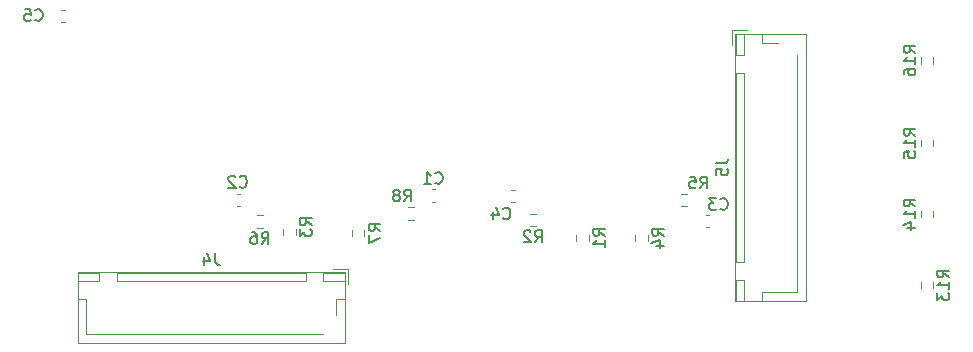
<source format=gbr>
%TF.GenerationSoftware,KiCad,Pcbnew,8.0.1-8.0.1-1~ubuntu22.04.1*%
%TF.CreationDate,2024-05-06T17:19:22+02:00*%
%TF.ProjectId,SecondaryBoard,5365636f-6e64-4617-9279-426f6172642e,rev?*%
%TF.SameCoordinates,Original*%
%TF.FileFunction,Legend,Bot*%
%TF.FilePolarity,Positive*%
%FSLAX46Y46*%
G04 Gerber Fmt 4.6, Leading zero omitted, Abs format (unit mm)*
G04 Created by KiCad (PCBNEW 8.0.1-8.0.1-1~ubuntu22.04.1) date 2024-05-06 17:19:22*
%MOMM*%
%LPD*%
G01*
G04 APERTURE LIST*
%ADD10C,0.150000*%
%ADD11C,0.120000*%
G04 APERTURE END LIST*
D10*
X180029166Y-56159580D02*
X180076785Y-56207200D01*
X180076785Y-56207200D02*
X180219642Y-56254819D01*
X180219642Y-56254819D02*
X180314880Y-56254819D01*
X180314880Y-56254819D02*
X180457737Y-56207200D01*
X180457737Y-56207200D02*
X180552975Y-56111961D01*
X180552975Y-56111961D02*
X180600594Y-56016723D01*
X180600594Y-56016723D02*
X180648213Y-55826247D01*
X180648213Y-55826247D02*
X180648213Y-55683390D01*
X180648213Y-55683390D02*
X180600594Y-55492914D01*
X180600594Y-55492914D02*
X180552975Y-55397676D01*
X180552975Y-55397676D02*
X180457737Y-55302438D01*
X180457737Y-55302438D02*
X180314880Y-55254819D01*
X180314880Y-55254819D02*
X180219642Y-55254819D01*
X180219642Y-55254819D02*
X180076785Y-55302438D01*
X180076785Y-55302438D02*
X180029166Y-55350057D01*
X179076785Y-56254819D02*
X179648213Y-56254819D01*
X179362499Y-56254819D02*
X179362499Y-55254819D01*
X179362499Y-55254819D02*
X179457737Y-55397676D01*
X179457737Y-55397676D02*
X179552975Y-55492914D01*
X179552975Y-55492914D02*
X179648213Y-55540533D01*
X169554819Y-59733333D02*
X169078628Y-59400000D01*
X169554819Y-59161905D02*
X168554819Y-59161905D01*
X168554819Y-59161905D02*
X168554819Y-59542857D01*
X168554819Y-59542857D02*
X168602438Y-59638095D01*
X168602438Y-59638095D02*
X168650057Y-59685714D01*
X168650057Y-59685714D02*
X168745295Y-59733333D01*
X168745295Y-59733333D02*
X168888152Y-59733333D01*
X168888152Y-59733333D02*
X168983390Y-59685714D01*
X168983390Y-59685714D02*
X169031009Y-59638095D01*
X169031009Y-59638095D02*
X169078628Y-59542857D01*
X169078628Y-59542857D02*
X169078628Y-59161905D01*
X168554819Y-60066667D02*
X168554819Y-60685714D01*
X168554819Y-60685714D02*
X168935771Y-60352381D01*
X168935771Y-60352381D02*
X168935771Y-60495238D01*
X168935771Y-60495238D02*
X168983390Y-60590476D01*
X168983390Y-60590476D02*
X169031009Y-60638095D01*
X169031009Y-60638095D02*
X169126247Y-60685714D01*
X169126247Y-60685714D02*
X169364342Y-60685714D01*
X169364342Y-60685714D02*
X169459580Y-60638095D01*
X169459580Y-60638095D02*
X169507200Y-60590476D01*
X169507200Y-60590476D02*
X169554819Y-60495238D01*
X169554819Y-60495238D02*
X169554819Y-60209524D01*
X169554819Y-60209524D02*
X169507200Y-60114286D01*
X169507200Y-60114286D02*
X169459580Y-60066667D01*
X165331566Y-61319549D02*
X165664899Y-60843358D01*
X165902994Y-61319549D02*
X165902994Y-60319549D01*
X165902994Y-60319549D02*
X165522042Y-60319549D01*
X165522042Y-60319549D02*
X165426804Y-60367168D01*
X165426804Y-60367168D02*
X165379185Y-60414787D01*
X165379185Y-60414787D02*
X165331566Y-60510025D01*
X165331566Y-60510025D02*
X165331566Y-60652882D01*
X165331566Y-60652882D02*
X165379185Y-60748120D01*
X165379185Y-60748120D02*
X165426804Y-60795739D01*
X165426804Y-60795739D02*
X165522042Y-60843358D01*
X165522042Y-60843358D02*
X165902994Y-60843358D01*
X164474423Y-60319549D02*
X164664899Y-60319549D01*
X164664899Y-60319549D02*
X164760137Y-60367168D01*
X164760137Y-60367168D02*
X164807756Y-60414787D01*
X164807756Y-60414787D02*
X164902994Y-60557644D01*
X164902994Y-60557644D02*
X164950613Y-60748120D01*
X164950613Y-60748120D02*
X164950613Y-61129072D01*
X164950613Y-61129072D02*
X164902994Y-61224310D01*
X164902994Y-61224310D02*
X164855375Y-61271930D01*
X164855375Y-61271930D02*
X164760137Y-61319549D01*
X164760137Y-61319549D02*
X164569661Y-61319549D01*
X164569661Y-61319549D02*
X164474423Y-61271930D01*
X164474423Y-61271930D02*
X164426804Y-61224310D01*
X164426804Y-61224310D02*
X164379185Y-61129072D01*
X164379185Y-61129072D02*
X164379185Y-60890977D01*
X164379185Y-60890977D02*
X164426804Y-60795739D01*
X164426804Y-60795739D02*
X164474423Y-60748120D01*
X164474423Y-60748120D02*
X164569661Y-60700501D01*
X164569661Y-60700501D02*
X164760137Y-60700501D01*
X164760137Y-60700501D02*
X164855375Y-60748120D01*
X164855375Y-60748120D02*
X164902994Y-60795739D01*
X164902994Y-60795739D02*
X164950613Y-60890977D01*
X202466666Y-56624819D02*
X202799999Y-56148628D01*
X203038094Y-56624819D02*
X203038094Y-55624819D01*
X203038094Y-55624819D02*
X202657142Y-55624819D01*
X202657142Y-55624819D02*
X202561904Y-55672438D01*
X202561904Y-55672438D02*
X202514285Y-55720057D01*
X202514285Y-55720057D02*
X202466666Y-55815295D01*
X202466666Y-55815295D02*
X202466666Y-55958152D01*
X202466666Y-55958152D02*
X202514285Y-56053390D01*
X202514285Y-56053390D02*
X202561904Y-56101009D01*
X202561904Y-56101009D02*
X202657142Y-56148628D01*
X202657142Y-56148628D02*
X203038094Y-56148628D01*
X201561904Y-55624819D02*
X202038094Y-55624819D01*
X202038094Y-55624819D02*
X202085713Y-56101009D01*
X202085713Y-56101009D02*
X202038094Y-56053390D01*
X202038094Y-56053390D02*
X201942856Y-56005771D01*
X201942856Y-56005771D02*
X201704761Y-56005771D01*
X201704761Y-56005771D02*
X201609523Y-56053390D01*
X201609523Y-56053390D02*
X201561904Y-56101009D01*
X201561904Y-56101009D02*
X201514285Y-56196247D01*
X201514285Y-56196247D02*
X201514285Y-56434342D01*
X201514285Y-56434342D02*
X201561904Y-56529580D01*
X201561904Y-56529580D02*
X201609523Y-56577200D01*
X201609523Y-56577200D02*
X201704761Y-56624819D01*
X201704761Y-56624819D02*
X201942856Y-56624819D01*
X201942856Y-56624819D02*
X202038094Y-56577200D01*
X202038094Y-56577200D02*
X202085713Y-56529580D01*
X220674719Y-52157142D02*
X220198528Y-51823809D01*
X220674719Y-51585714D02*
X219674719Y-51585714D01*
X219674719Y-51585714D02*
X219674719Y-51966666D01*
X219674719Y-51966666D02*
X219722338Y-52061904D01*
X219722338Y-52061904D02*
X219769957Y-52109523D01*
X219769957Y-52109523D02*
X219865195Y-52157142D01*
X219865195Y-52157142D02*
X220008052Y-52157142D01*
X220008052Y-52157142D02*
X220103290Y-52109523D01*
X220103290Y-52109523D02*
X220150909Y-52061904D01*
X220150909Y-52061904D02*
X220198528Y-51966666D01*
X220198528Y-51966666D02*
X220198528Y-51585714D01*
X220674719Y-53109523D02*
X220674719Y-52538095D01*
X220674719Y-52823809D02*
X219674719Y-52823809D01*
X219674719Y-52823809D02*
X219817576Y-52728571D01*
X219817576Y-52728571D02*
X219912814Y-52633333D01*
X219912814Y-52633333D02*
X219960433Y-52538095D01*
X219674719Y-54014285D02*
X219674719Y-53538095D01*
X219674719Y-53538095D02*
X220150909Y-53490476D01*
X220150909Y-53490476D02*
X220103290Y-53538095D01*
X220103290Y-53538095D02*
X220055671Y-53633333D01*
X220055671Y-53633333D02*
X220055671Y-53871428D01*
X220055671Y-53871428D02*
X220103290Y-53966666D01*
X220103290Y-53966666D02*
X220150909Y-54014285D01*
X220150909Y-54014285D02*
X220246147Y-54061904D01*
X220246147Y-54061904D02*
X220484242Y-54061904D01*
X220484242Y-54061904D02*
X220579480Y-54014285D01*
X220579480Y-54014285D02*
X220627100Y-53966666D01*
X220627100Y-53966666D02*
X220674719Y-53871428D01*
X220674719Y-53871428D02*
X220674719Y-53633333D01*
X220674719Y-53633333D02*
X220627100Y-53538095D01*
X220627100Y-53538095D02*
X220579480Y-53490476D01*
X194384819Y-60633333D02*
X193908628Y-60300000D01*
X194384819Y-60061905D02*
X193384819Y-60061905D01*
X193384819Y-60061905D02*
X193384819Y-60442857D01*
X193384819Y-60442857D02*
X193432438Y-60538095D01*
X193432438Y-60538095D02*
X193480057Y-60585714D01*
X193480057Y-60585714D02*
X193575295Y-60633333D01*
X193575295Y-60633333D02*
X193718152Y-60633333D01*
X193718152Y-60633333D02*
X193813390Y-60585714D01*
X193813390Y-60585714D02*
X193861009Y-60538095D01*
X193861009Y-60538095D02*
X193908628Y-60442857D01*
X193908628Y-60442857D02*
X193908628Y-60061905D01*
X194384819Y-61585714D02*
X194384819Y-61014286D01*
X194384819Y-61300000D02*
X193384819Y-61300000D01*
X193384819Y-61300000D02*
X193527676Y-61204762D01*
X193527676Y-61204762D02*
X193622914Y-61109524D01*
X193622914Y-61109524D02*
X193670533Y-61014286D01*
X163466666Y-56459580D02*
X163514285Y-56507200D01*
X163514285Y-56507200D02*
X163657142Y-56554819D01*
X163657142Y-56554819D02*
X163752380Y-56554819D01*
X163752380Y-56554819D02*
X163895237Y-56507200D01*
X163895237Y-56507200D02*
X163990475Y-56411961D01*
X163990475Y-56411961D02*
X164038094Y-56316723D01*
X164038094Y-56316723D02*
X164085713Y-56126247D01*
X164085713Y-56126247D02*
X164085713Y-55983390D01*
X164085713Y-55983390D02*
X164038094Y-55792914D01*
X164038094Y-55792914D02*
X163990475Y-55697676D01*
X163990475Y-55697676D02*
X163895237Y-55602438D01*
X163895237Y-55602438D02*
X163752380Y-55554819D01*
X163752380Y-55554819D02*
X163657142Y-55554819D01*
X163657142Y-55554819D02*
X163514285Y-55602438D01*
X163514285Y-55602438D02*
X163466666Y-55650057D01*
X163085713Y-55650057D02*
X163038094Y-55602438D01*
X163038094Y-55602438D02*
X162942856Y-55554819D01*
X162942856Y-55554819D02*
X162704761Y-55554819D01*
X162704761Y-55554819D02*
X162609523Y-55602438D01*
X162609523Y-55602438D02*
X162561904Y-55650057D01*
X162561904Y-55650057D02*
X162514285Y-55745295D01*
X162514285Y-55745295D02*
X162514285Y-55840533D01*
X162514285Y-55840533D02*
X162561904Y-55983390D01*
X162561904Y-55983390D02*
X163133332Y-56554819D01*
X163133332Y-56554819D02*
X162514285Y-56554819D01*
X177409166Y-57734819D02*
X177742499Y-57258628D01*
X177980594Y-57734819D02*
X177980594Y-56734819D01*
X177980594Y-56734819D02*
X177599642Y-56734819D01*
X177599642Y-56734819D02*
X177504404Y-56782438D01*
X177504404Y-56782438D02*
X177456785Y-56830057D01*
X177456785Y-56830057D02*
X177409166Y-56925295D01*
X177409166Y-56925295D02*
X177409166Y-57068152D01*
X177409166Y-57068152D02*
X177456785Y-57163390D01*
X177456785Y-57163390D02*
X177504404Y-57211009D01*
X177504404Y-57211009D02*
X177599642Y-57258628D01*
X177599642Y-57258628D02*
X177980594Y-57258628D01*
X176837737Y-57163390D02*
X176932975Y-57115771D01*
X176932975Y-57115771D02*
X176980594Y-57068152D01*
X176980594Y-57068152D02*
X177028213Y-56972914D01*
X177028213Y-56972914D02*
X177028213Y-56925295D01*
X177028213Y-56925295D02*
X176980594Y-56830057D01*
X176980594Y-56830057D02*
X176932975Y-56782438D01*
X176932975Y-56782438D02*
X176837737Y-56734819D01*
X176837737Y-56734819D02*
X176647261Y-56734819D01*
X176647261Y-56734819D02*
X176552023Y-56782438D01*
X176552023Y-56782438D02*
X176504404Y-56830057D01*
X176504404Y-56830057D02*
X176456785Y-56925295D01*
X176456785Y-56925295D02*
X176456785Y-56972914D01*
X176456785Y-56972914D02*
X176504404Y-57068152D01*
X176504404Y-57068152D02*
X176552023Y-57115771D01*
X176552023Y-57115771D02*
X176647261Y-57163390D01*
X176647261Y-57163390D02*
X176837737Y-57163390D01*
X176837737Y-57163390D02*
X176932975Y-57211009D01*
X176932975Y-57211009D02*
X176980594Y-57258628D01*
X176980594Y-57258628D02*
X177028213Y-57353866D01*
X177028213Y-57353866D02*
X177028213Y-57544342D01*
X177028213Y-57544342D02*
X176980594Y-57639580D01*
X176980594Y-57639580D02*
X176932975Y-57687200D01*
X176932975Y-57687200D02*
X176837737Y-57734819D01*
X176837737Y-57734819D02*
X176647261Y-57734819D01*
X176647261Y-57734819D02*
X176552023Y-57687200D01*
X176552023Y-57687200D02*
X176504404Y-57639580D01*
X176504404Y-57639580D02*
X176456785Y-57544342D01*
X176456785Y-57544342D02*
X176456785Y-57353866D01*
X176456785Y-57353866D02*
X176504404Y-57258628D01*
X176504404Y-57258628D02*
X176552023Y-57211009D01*
X176552023Y-57211009D02*
X176647261Y-57163390D01*
X220674719Y-45157142D02*
X220198528Y-44823809D01*
X220674719Y-44585714D02*
X219674719Y-44585714D01*
X219674719Y-44585714D02*
X219674719Y-44966666D01*
X219674719Y-44966666D02*
X219722338Y-45061904D01*
X219722338Y-45061904D02*
X219769957Y-45109523D01*
X219769957Y-45109523D02*
X219865195Y-45157142D01*
X219865195Y-45157142D02*
X220008052Y-45157142D01*
X220008052Y-45157142D02*
X220103290Y-45109523D01*
X220103290Y-45109523D02*
X220150909Y-45061904D01*
X220150909Y-45061904D02*
X220198528Y-44966666D01*
X220198528Y-44966666D02*
X220198528Y-44585714D01*
X220674719Y-46109523D02*
X220674719Y-45538095D01*
X220674719Y-45823809D02*
X219674719Y-45823809D01*
X219674719Y-45823809D02*
X219817576Y-45728571D01*
X219817576Y-45728571D02*
X219912814Y-45633333D01*
X219912814Y-45633333D02*
X219960433Y-45538095D01*
X219674719Y-46966666D02*
X219674719Y-46776190D01*
X219674719Y-46776190D02*
X219722338Y-46680952D01*
X219722338Y-46680952D02*
X219769957Y-46633333D01*
X219769957Y-46633333D02*
X219912814Y-46538095D01*
X219912814Y-46538095D02*
X220103290Y-46490476D01*
X220103290Y-46490476D02*
X220484242Y-46490476D01*
X220484242Y-46490476D02*
X220579480Y-46538095D01*
X220579480Y-46538095D02*
X220627100Y-46585714D01*
X220627100Y-46585714D02*
X220674719Y-46680952D01*
X220674719Y-46680952D02*
X220674719Y-46871428D01*
X220674719Y-46871428D02*
X220627100Y-46966666D01*
X220627100Y-46966666D02*
X220579480Y-47014285D01*
X220579480Y-47014285D02*
X220484242Y-47061904D01*
X220484242Y-47061904D02*
X220246147Y-47061904D01*
X220246147Y-47061904D02*
X220150909Y-47014285D01*
X220150909Y-47014285D02*
X220103290Y-46966666D01*
X220103290Y-46966666D02*
X220055671Y-46871428D01*
X220055671Y-46871428D02*
X220055671Y-46680952D01*
X220055671Y-46680952D02*
X220103290Y-46585714D01*
X220103290Y-46585714D02*
X220150909Y-46538095D01*
X220150909Y-46538095D02*
X220246147Y-46490476D01*
X161383333Y-62104819D02*
X161383333Y-62819104D01*
X161383333Y-62819104D02*
X161430952Y-62961961D01*
X161430952Y-62961961D02*
X161526190Y-63057200D01*
X161526190Y-63057200D02*
X161669047Y-63104819D01*
X161669047Y-63104819D02*
X161764285Y-63104819D01*
X160478571Y-62438152D02*
X160478571Y-63104819D01*
X160716666Y-62057200D02*
X160954761Y-62771485D01*
X160954761Y-62771485D02*
X160335714Y-62771485D01*
X175384819Y-60233333D02*
X174908628Y-59900000D01*
X175384819Y-59661905D02*
X174384819Y-59661905D01*
X174384819Y-59661905D02*
X174384819Y-60042857D01*
X174384819Y-60042857D02*
X174432438Y-60138095D01*
X174432438Y-60138095D02*
X174480057Y-60185714D01*
X174480057Y-60185714D02*
X174575295Y-60233333D01*
X174575295Y-60233333D02*
X174718152Y-60233333D01*
X174718152Y-60233333D02*
X174813390Y-60185714D01*
X174813390Y-60185714D02*
X174861009Y-60138095D01*
X174861009Y-60138095D02*
X174908628Y-60042857D01*
X174908628Y-60042857D02*
X174908628Y-59661905D01*
X174384819Y-60566667D02*
X174384819Y-61233333D01*
X174384819Y-61233333D02*
X175384819Y-60804762D01*
X204166666Y-58359580D02*
X204214285Y-58407200D01*
X204214285Y-58407200D02*
X204357142Y-58454819D01*
X204357142Y-58454819D02*
X204452380Y-58454819D01*
X204452380Y-58454819D02*
X204595237Y-58407200D01*
X204595237Y-58407200D02*
X204690475Y-58311961D01*
X204690475Y-58311961D02*
X204738094Y-58216723D01*
X204738094Y-58216723D02*
X204785713Y-58026247D01*
X204785713Y-58026247D02*
X204785713Y-57883390D01*
X204785713Y-57883390D02*
X204738094Y-57692914D01*
X204738094Y-57692914D02*
X204690475Y-57597676D01*
X204690475Y-57597676D02*
X204595237Y-57502438D01*
X204595237Y-57502438D02*
X204452380Y-57454819D01*
X204452380Y-57454819D02*
X204357142Y-57454819D01*
X204357142Y-57454819D02*
X204214285Y-57502438D01*
X204214285Y-57502438D02*
X204166666Y-57550057D01*
X203833332Y-57454819D02*
X203214285Y-57454819D01*
X203214285Y-57454819D02*
X203547618Y-57835771D01*
X203547618Y-57835771D02*
X203404761Y-57835771D01*
X203404761Y-57835771D02*
X203309523Y-57883390D01*
X203309523Y-57883390D02*
X203261904Y-57931009D01*
X203261904Y-57931009D02*
X203214285Y-58026247D01*
X203214285Y-58026247D02*
X203214285Y-58264342D01*
X203214285Y-58264342D02*
X203261904Y-58359580D01*
X203261904Y-58359580D02*
X203309523Y-58407200D01*
X203309523Y-58407200D02*
X203404761Y-58454819D01*
X203404761Y-58454819D02*
X203690475Y-58454819D01*
X203690475Y-58454819D02*
X203785713Y-58407200D01*
X203785713Y-58407200D02*
X203833332Y-58359580D01*
X203804819Y-54516666D02*
X204519104Y-54516666D01*
X204519104Y-54516666D02*
X204661961Y-54469047D01*
X204661961Y-54469047D02*
X204757200Y-54373809D01*
X204757200Y-54373809D02*
X204804819Y-54230952D01*
X204804819Y-54230952D02*
X204804819Y-54135714D01*
X203804819Y-55469047D02*
X203804819Y-54992857D01*
X203804819Y-54992857D02*
X204281009Y-54945238D01*
X204281009Y-54945238D02*
X204233390Y-54992857D01*
X204233390Y-54992857D02*
X204185771Y-55088095D01*
X204185771Y-55088095D02*
X204185771Y-55326190D01*
X204185771Y-55326190D02*
X204233390Y-55421428D01*
X204233390Y-55421428D02*
X204281009Y-55469047D01*
X204281009Y-55469047D02*
X204376247Y-55516666D01*
X204376247Y-55516666D02*
X204614342Y-55516666D01*
X204614342Y-55516666D02*
X204709580Y-55469047D01*
X204709580Y-55469047D02*
X204757200Y-55421428D01*
X204757200Y-55421428D02*
X204804819Y-55326190D01*
X204804819Y-55326190D02*
X204804819Y-55088095D01*
X204804819Y-55088095D02*
X204757200Y-54992857D01*
X204757200Y-54992857D02*
X204709580Y-54945238D01*
X223534719Y-64157142D02*
X223058528Y-63823809D01*
X223534719Y-63585714D02*
X222534719Y-63585714D01*
X222534719Y-63585714D02*
X222534719Y-63966666D01*
X222534719Y-63966666D02*
X222582338Y-64061904D01*
X222582338Y-64061904D02*
X222629957Y-64109523D01*
X222629957Y-64109523D02*
X222725195Y-64157142D01*
X222725195Y-64157142D02*
X222868052Y-64157142D01*
X222868052Y-64157142D02*
X222963290Y-64109523D01*
X222963290Y-64109523D02*
X223010909Y-64061904D01*
X223010909Y-64061904D02*
X223058528Y-63966666D01*
X223058528Y-63966666D02*
X223058528Y-63585714D01*
X223534719Y-65109523D02*
X223534719Y-64538095D01*
X223534719Y-64823809D02*
X222534719Y-64823809D01*
X222534719Y-64823809D02*
X222677576Y-64728571D01*
X222677576Y-64728571D02*
X222772814Y-64633333D01*
X222772814Y-64633333D02*
X222820433Y-64538095D01*
X222534719Y-65442857D02*
X222534719Y-66061904D01*
X222534719Y-66061904D02*
X222915671Y-65728571D01*
X222915671Y-65728571D02*
X222915671Y-65871428D01*
X222915671Y-65871428D02*
X222963290Y-65966666D01*
X222963290Y-65966666D02*
X223010909Y-66014285D01*
X223010909Y-66014285D02*
X223106147Y-66061904D01*
X223106147Y-66061904D02*
X223344242Y-66061904D01*
X223344242Y-66061904D02*
X223439480Y-66014285D01*
X223439480Y-66014285D02*
X223487100Y-65966666D01*
X223487100Y-65966666D02*
X223534719Y-65871428D01*
X223534719Y-65871428D02*
X223534719Y-65585714D01*
X223534719Y-65585714D02*
X223487100Y-65490476D01*
X223487100Y-65490476D02*
X223439480Y-65442857D01*
X199384819Y-60633333D02*
X198908628Y-60300000D01*
X199384819Y-60061905D02*
X198384819Y-60061905D01*
X198384819Y-60061905D02*
X198384819Y-60442857D01*
X198384819Y-60442857D02*
X198432438Y-60538095D01*
X198432438Y-60538095D02*
X198480057Y-60585714D01*
X198480057Y-60585714D02*
X198575295Y-60633333D01*
X198575295Y-60633333D02*
X198718152Y-60633333D01*
X198718152Y-60633333D02*
X198813390Y-60585714D01*
X198813390Y-60585714D02*
X198861009Y-60538095D01*
X198861009Y-60538095D02*
X198908628Y-60442857D01*
X198908628Y-60442857D02*
X198908628Y-60061905D01*
X198718152Y-61490476D02*
X199384819Y-61490476D01*
X198337200Y-61252381D02*
X199051485Y-61014286D01*
X199051485Y-61014286D02*
X199051485Y-61633333D01*
X220674719Y-58157142D02*
X220198528Y-57823809D01*
X220674719Y-57585714D02*
X219674719Y-57585714D01*
X219674719Y-57585714D02*
X219674719Y-57966666D01*
X219674719Y-57966666D02*
X219722338Y-58061904D01*
X219722338Y-58061904D02*
X219769957Y-58109523D01*
X219769957Y-58109523D02*
X219865195Y-58157142D01*
X219865195Y-58157142D02*
X220008052Y-58157142D01*
X220008052Y-58157142D02*
X220103290Y-58109523D01*
X220103290Y-58109523D02*
X220150909Y-58061904D01*
X220150909Y-58061904D02*
X220198528Y-57966666D01*
X220198528Y-57966666D02*
X220198528Y-57585714D01*
X220674719Y-59109523D02*
X220674719Y-58538095D01*
X220674719Y-58823809D02*
X219674719Y-58823809D01*
X219674719Y-58823809D02*
X219817576Y-58728571D01*
X219817576Y-58728571D02*
X219912814Y-58633333D01*
X219912814Y-58633333D02*
X219960433Y-58538095D01*
X220008052Y-59966666D02*
X220674719Y-59966666D01*
X219627100Y-59728571D02*
X220341385Y-59490476D01*
X220341385Y-59490476D02*
X220341385Y-60109523D01*
X146166666Y-42359580D02*
X146214285Y-42407200D01*
X146214285Y-42407200D02*
X146357142Y-42454819D01*
X146357142Y-42454819D02*
X146452380Y-42454819D01*
X146452380Y-42454819D02*
X146595237Y-42407200D01*
X146595237Y-42407200D02*
X146690475Y-42311961D01*
X146690475Y-42311961D02*
X146738094Y-42216723D01*
X146738094Y-42216723D02*
X146785713Y-42026247D01*
X146785713Y-42026247D02*
X146785713Y-41883390D01*
X146785713Y-41883390D02*
X146738094Y-41692914D01*
X146738094Y-41692914D02*
X146690475Y-41597676D01*
X146690475Y-41597676D02*
X146595237Y-41502438D01*
X146595237Y-41502438D02*
X146452380Y-41454819D01*
X146452380Y-41454819D02*
X146357142Y-41454819D01*
X146357142Y-41454819D02*
X146214285Y-41502438D01*
X146214285Y-41502438D02*
X146166666Y-41550057D01*
X145261904Y-41454819D02*
X145738094Y-41454819D01*
X145738094Y-41454819D02*
X145785713Y-41931009D01*
X145785713Y-41931009D02*
X145738094Y-41883390D01*
X145738094Y-41883390D02*
X145642856Y-41835771D01*
X145642856Y-41835771D02*
X145404761Y-41835771D01*
X145404761Y-41835771D02*
X145309523Y-41883390D01*
X145309523Y-41883390D02*
X145261904Y-41931009D01*
X145261904Y-41931009D02*
X145214285Y-42026247D01*
X145214285Y-42026247D02*
X145214285Y-42264342D01*
X145214285Y-42264342D02*
X145261904Y-42359580D01*
X145261904Y-42359580D02*
X145309523Y-42407200D01*
X145309523Y-42407200D02*
X145404761Y-42454819D01*
X145404761Y-42454819D02*
X145642856Y-42454819D01*
X145642856Y-42454819D02*
X145738094Y-42407200D01*
X145738094Y-42407200D02*
X145785713Y-42359580D01*
X188466666Y-61184819D02*
X188799999Y-60708628D01*
X189038094Y-61184819D02*
X189038094Y-60184819D01*
X189038094Y-60184819D02*
X188657142Y-60184819D01*
X188657142Y-60184819D02*
X188561904Y-60232438D01*
X188561904Y-60232438D02*
X188514285Y-60280057D01*
X188514285Y-60280057D02*
X188466666Y-60375295D01*
X188466666Y-60375295D02*
X188466666Y-60518152D01*
X188466666Y-60518152D02*
X188514285Y-60613390D01*
X188514285Y-60613390D02*
X188561904Y-60661009D01*
X188561904Y-60661009D02*
X188657142Y-60708628D01*
X188657142Y-60708628D02*
X189038094Y-60708628D01*
X188085713Y-60280057D02*
X188038094Y-60232438D01*
X188038094Y-60232438D02*
X187942856Y-60184819D01*
X187942856Y-60184819D02*
X187704761Y-60184819D01*
X187704761Y-60184819D02*
X187609523Y-60232438D01*
X187609523Y-60232438D02*
X187561904Y-60280057D01*
X187561904Y-60280057D02*
X187514285Y-60375295D01*
X187514285Y-60375295D02*
X187514285Y-60470533D01*
X187514285Y-60470533D02*
X187561904Y-60613390D01*
X187561904Y-60613390D02*
X188133332Y-61184819D01*
X188133332Y-61184819D02*
X187514285Y-61184819D01*
X185766666Y-59159580D02*
X185814285Y-59207200D01*
X185814285Y-59207200D02*
X185957142Y-59254819D01*
X185957142Y-59254819D02*
X186052380Y-59254819D01*
X186052380Y-59254819D02*
X186195237Y-59207200D01*
X186195237Y-59207200D02*
X186290475Y-59111961D01*
X186290475Y-59111961D02*
X186338094Y-59016723D01*
X186338094Y-59016723D02*
X186385713Y-58826247D01*
X186385713Y-58826247D02*
X186385713Y-58683390D01*
X186385713Y-58683390D02*
X186338094Y-58492914D01*
X186338094Y-58492914D02*
X186290475Y-58397676D01*
X186290475Y-58397676D02*
X186195237Y-58302438D01*
X186195237Y-58302438D02*
X186052380Y-58254819D01*
X186052380Y-58254819D02*
X185957142Y-58254819D01*
X185957142Y-58254819D02*
X185814285Y-58302438D01*
X185814285Y-58302438D02*
X185766666Y-58350057D01*
X184909523Y-58588152D02*
X184909523Y-59254819D01*
X185147618Y-58207200D02*
X185385713Y-58921485D01*
X185385713Y-58921485D02*
X184766666Y-58921485D01*
D11*
%TO.C,C1*%
X179716233Y-56720000D02*
X180008767Y-56720000D01*
X179716233Y-57740000D02*
X180008767Y-57740000D01*
%TO.C,R3*%
X167177500Y-60045276D02*
X167177500Y-60554724D01*
X168222500Y-60045276D02*
X168222500Y-60554724D01*
%TO.C,R6*%
X165419624Y-58912230D02*
X164910176Y-58912230D01*
X165419624Y-59957230D02*
X164910176Y-59957230D01*
%TO.C,R5*%
X200845276Y-57077500D02*
X201354724Y-57077500D01*
X200845276Y-58122500D02*
X201354724Y-58122500D01*
%TO.C,R15*%
X221127400Y-53054724D02*
X221127400Y-52545276D01*
X222172400Y-53054724D02*
X222172400Y-52545276D01*
%TO.C,R1*%
X191977500Y-60545276D02*
X191977500Y-61054724D01*
X193022500Y-60545276D02*
X193022500Y-61054724D01*
%TO.C,C2*%
X163516167Y-57084730D02*
X163223633Y-57084730D01*
X163516167Y-58104730D02*
X163223633Y-58104730D01*
%TO.C,R8*%
X177700276Y-58232500D02*
X178209724Y-58232500D01*
X177700276Y-59277500D02*
X178209724Y-59277500D01*
%TO.C,R16*%
X221127400Y-46054724D02*
X221127400Y-45545276D01*
X222172400Y-46054724D02*
X222172400Y-45545276D01*
%TO.C,J4*%
X149740000Y-63740000D02*
X149740000Y-69710000D01*
X149740000Y-69710000D02*
X172360000Y-69710000D01*
X149750000Y-63750000D02*
X149750000Y-64500000D01*
X149750000Y-64500000D02*
X151550000Y-64500000D01*
X150500000Y-66000000D02*
X149750000Y-66000000D01*
X150500000Y-68950000D02*
X150500000Y-66000000D01*
X151550000Y-63750000D02*
X149750000Y-63750000D01*
X151550000Y-64500000D02*
X151550000Y-63750000D01*
X153050000Y-63750000D02*
X153050000Y-64500000D01*
X153050000Y-64500000D02*
X169050000Y-64500000D01*
X161050000Y-68950000D02*
X150500000Y-68950000D01*
X169050000Y-63750000D02*
X153050000Y-63750000D01*
X169050000Y-64500000D02*
X169050000Y-63750000D01*
X170540000Y-68950000D02*
X161050000Y-68950000D01*
X170550000Y-63750000D02*
X170550000Y-64500000D01*
X170550000Y-64500000D02*
X172350000Y-64500000D01*
X171600000Y-66000000D02*
X172350000Y-66000000D01*
X171600000Y-67340000D02*
X171600000Y-66000000D01*
X172350000Y-63750000D02*
X170550000Y-63750000D01*
X172350000Y-64500000D02*
X172350000Y-63750000D01*
X172360000Y-63740000D02*
X149740000Y-63740000D01*
X172360000Y-69710000D02*
X172360000Y-63740000D01*
X172650000Y-63450000D02*
X171400000Y-63450000D01*
X172650000Y-64700000D02*
X172650000Y-63450000D01*
%TO.C,R7*%
X172977500Y-60145276D02*
X172977500Y-60654724D01*
X174022500Y-60145276D02*
X174022500Y-60654724D01*
%TO.C,C3*%
X202953733Y-58890000D02*
X203246267Y-58890000D01*
X202953733Y-59910000D02*
X203246267Y-59910000D01*
%TO.C,J5*%
X205150000Y-43250000D02*
X205150000Y-44500000D01*
X205440000Y-43540000D02*
X205440000Y-66160000D01*
X205440000Y-66160000D02*
X211410000Y-66160000D01*
X205450000Y-43550000D02*
X205450000Y-45350000D01*
X205450000Y-45350000D02*
X206200000Y-45350000D01*
X205450000Y-46850000D02*
X205450000Y-62850000D01*
X205450000Y-62850000D02*
X206200000Y-62850000D01*
X205450000Y-64350000D02*
X205450000Y-66150000D01*
X205450000Y-66150000D02*
X206200000Y-66150000D01*
X206200000Y-43550000D02*
X205450000Y-43550000D01*
X206200000Y-45350000D02*
X206200000Y-43550000D01*
X206200000Y-46850000D02*
X205450000Y-46850000D01*
X206200000Y-62850000D02*
X206200000Y-46850000D01*
X206200000Y-64350000D02*
X205450000Y-64350000D01*
X206200000Y-66150000D02*
X206200000Y-64350000D01*
X206400000Y-43250000D02*
X205150000Y-43250000D01*
X207700000Y-44300000D02*
X207700000Y-43550000D01*
X207700000Y-65400000D02*
X207700000Y-66150000D01*
X209040000Y-44300000D02*
X207700000Y-44300000D01*
X210650000Y-45360000D02*
X210650000Y-54850000D01*
X210650000Y-54850000D02*
X210650000Y-65400000D01*
X210650000Y-65400000D02*
X207700000Y-65400000D01*
X211410000Y-43540000D02*
X205440000Y-43540000D01*
X211410000Y-66160000D02*
X211410000Y-43540000D01*
%TO.C,R13*%
X221127400Y-64545276D02*
X221127400Y-65054724D01*
X222172400Y-64545276D02*
X222172400Y-65054724D01*
%TO.C,R4*%
X196977500Y-60545276D02*
X196977500Y-61054724D01*
X198022500Y-60545276D02*
X198022500Y-61054724D01*
%TO.C,R14*%
X221127400Y-59054724D02*
X221127400Y-58545276D01*
X222172400Y-59054724D02*
X222172400Y-58545276D01*
%TO.C,C5*%
X148646267Y-41490000D02*
X148353733Y-41490000D01*
X148646267Y-42510000D02*
X148353733Y-42510000D01*
%TO.C,R2*%
X188554724Y-58777500D02*
X188045276Y-58777500D01*
X188554724Y-59822500D02*
X188045276Y-59822500D01*
%TO.C,C4*%
X186746267Y-56790000D02*
X186453733Y-56790000D01*
X186746267Y-57810000D02*
X186453733Y-57810000D01*
%TD*%
M02*

</source>
